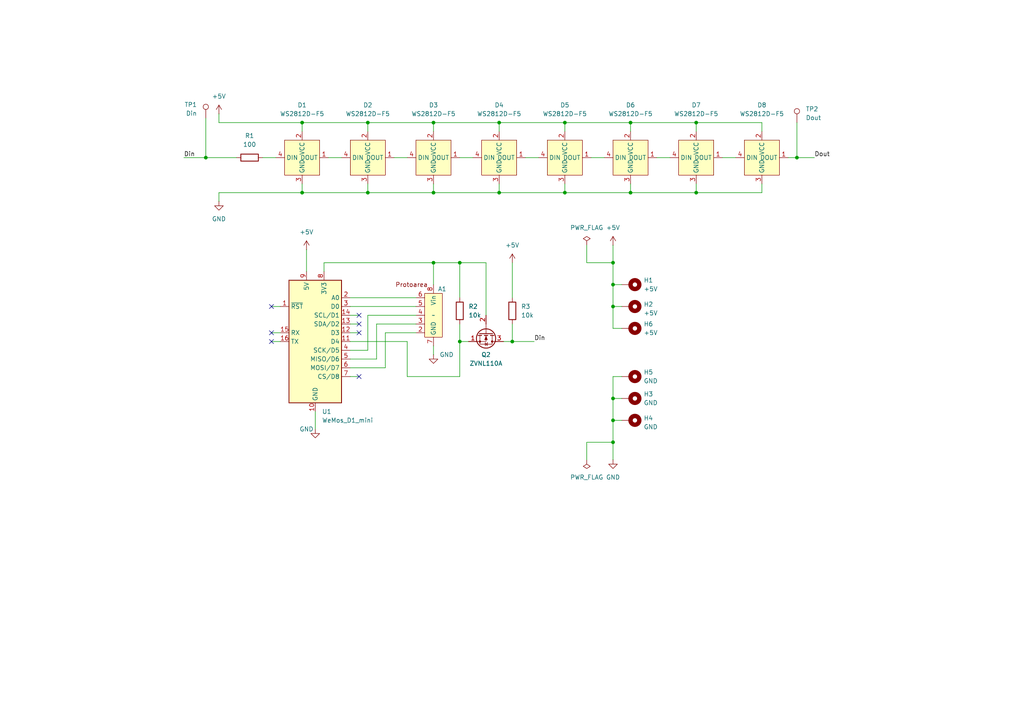
<source format=kicad_sch>
(kicad_sch (version 20250114) (generator "eeschema") (generator_version "9.0")
  (paper "A4")
  (lib_symbols
    (symbol "Connector:TestPoint" (pin_numbers (hide yes)) (pin_names (offset 0.762) (hide yes))
      (property "Reference" "TP" (at 0 6.858 0))
      (property "Value" "TestPoint" (at 0 5.08 0))
      (symbol "TestPoint_0_1"
        (circle (center 0 3.302) (radius 0.762))
      )
      (symbol "TestPoint_1_1"
        (pin passive line (at 0 0 90) (length 2.54) (name "1") (number "1"))
      )
    )
    (symbol "Device:R" (pin_numbers (hide yes)) (pin_names (offset 0))
      (property "Reference" "R" (at 2.032 0 90))
      (property "Value" "R" (at 0 0 90))
      (symbol "R_0_1"
        (rectangle (start -1.016 -2.54) (end 1.016 2.54) (stroke (width 0.254)))
      )
      (symbol "R_1_1"
        (pin passive line (at 0 3.81 270) (length 1.27) (name "~") (number "1"))
        (pin passive line (at 0 -3.81 90) (length 1.27) (name "~") (number "2"))
      )
    )
    (symbol "MCU_Module:WeMos_D1_mini"
      (property "Reference" "U" (at 3.81 19.05 0))
      (property "Value" "WeMos_D1_mini" (at 1.27 -19.05 0))
      (symbol "WeMos_D1_mini_1_1"
        (rectangle (start -7.62 17.78) (end 7.62 -17.78) (stroke (width 0.254)) (fill (type background)))
        (pin input line (at -10.16 10.16 0) (length 2.54) (name "~{RST}") (number "1"))
        (pin input line (at -10.16 2.54 0) (length 2.54) (name "RX") (number "15"))
        (pin output line (at -10.16 0 0) (length 2.54) (name "TX") (number "16"))
        (pin power_in line (at -2.54 20.32 270) (length 2.54) (name "5V") (number "9"))
        (pin power_in line (at 0 -20.32 90) (length 2.54) (name "GND") (number "10"))
        (pin power_out line (at 2.54 20.32 270) (length 2.54) (name "3V3") (number "8"))
        (pin input line (at 10.16 12.7 180) (length 2.54) (name "A0") (number "2"))
        (pin bidirectional line (at 10.16 10.16 180) (length 2.54) (name "D0") (number "3"))
        (pin bidirectional line (at 10.16 7.62 180) (length 2.54) (name "SCL/D1") (number "14"))
        (pin bidirectional line (at 10.16 5.08 180) (length 2.54) (name "SDA/D2") (number "13"))
        (pin bidirectional line (at 10.16 2.54 180) (length 2.54) (name "D3") (number "12"))
        (pin bidirectional line (at 10.16 0 180) (length 2.54) (name "D4") (number "11"))
        (pin bidirectional line (at 10.16 -2.54 180) (length 2.54) (name "SCK/D5") (number "4"))
        (pin bidirectional line (at 10.16 -5.08 180) (length 2.54) (name "MISO/D6") (number "5"))
        (pin bidirectional line (at 10.16 -7.62 180) (length 2.54) (name "MOSI/D7") (number "6"))
        (pin bidirectional line (at 10.16 -10.16 180) (length 2.54) (name "CS/D8") (number "7"))
      )
    )
    (symbol "Mechanical:MountingHole_Pad" (pin_numbers (hide yes)) (pin_names (offset 1.016) (hide yes)) (exclude_from_sim yes) (in_bom no)
      (property "Reference" "H" (at 0 6.35 0))
      (property "Value" "MountingHole_Pad" (at 0 4.445 0))
      (symbol "MountingHole_Pad_0_1"
        (circle (center 0 1.27) (radius 1.27) (stroke (width 1.27)))
      )
      (symbol "MountingHole_Pad_1_1"
        (pin input line (at 0 -2.54 90) (length 2.54) (name "1") (number "1"))
      )
    )
    (symbol "Protoarea:Protoarea"
      (property "Reference" "A" (at 5.08 -2.54 0))
      (symbol "Protoarea_1_1"
        (rectangle (start -2.54 6.35) (end 2.54 -6.35) (fill (type background)))
        (text "Protoarea" (at -6.35 8.89 0) (effects (font (size 1.27 1.27))))
        (pin output line (at -5.08 5.08 0) (length 2.54) (name "") (number "6"))
        (pin input line (at -5.08 2.54 0) (length 2.54) (name "") (number "5"))
        (pin input line (at -5.08 0 0) (length 2.54) (name "") (number "4"))
        (pin input line (at -5.08 -2.54 0) (length 2.54) (name "") (number "3"))
        (pin input line (at -5.08 -5.08 0) (length 2.54) (name "") (number "2"))
        (pin power_in line (at 0 8.89 270) (length 2.54) (name "Vin") (number "8"))
        (pin power_in line (at 0 -8.89 90) (length 2.54) (name "GND") (number "7"))
      )
    )
    (symbol "Transistor_FET:2N7000" (pin_names (hide yes))
      (property "Reference" "Q" (at 5.08 1.905 0))
      (property "Value" "2N7000" (at 5.08 0 0))
      (symbol "2N7000_0_1"
        (polyline (pts (xy 0.254 1.905) (xy 0.254 -1.905)) (stroke (width 0.254)))
        (polyline (pts (xy 0.254 0) (xy -2.54 0)))
        (polyline (pts (xy 0.762 2.286) (xy 0.762 1.27)) (stroke (width 0.254)))
        (polyline (pts (xy 0.762 0.508) (xy 0.762 -0.508)) (stroke (width 0.254)))
        (polyline (pts (xy 0.762 -1.27) (xy 0.762 -2.286)) (stroke (width 0.254)))
        (polyline (pts (xy 0.762 -1.778) (xy 3.302 -1.778) (xy 3.302 1.778) (xy 0.762 1.778)))
        (polyline (pts (xy 1.016 0) (xy 2.032 0.381) (xy 2.032 -0.381) (xy 1.016 0)) (fill (type outline)))
        (circle (center 1.651 0) (radius 2.794) (stroke (width 0.254)))
        (polyline (pts (xy 2.54 2.54) (xy 2.54 1.778)))
        (circle (center 2.54 1.778) (radius 0.254) (fill (type outline)))
        (circle (center 2.54 -1.778) (radius 0.254) (fill (type outline)))
        (polyline (pts (xy 2.54 -2.54) (xy 2.54 0) (xy 0.762 0)))
        (polyline (pts (xy 2.794 0.508) (xy 2.921 0.381) (xy 3.683 0.381) (xy 3.81 0.254)))
        (polyline (pts (xy 3.302 0.381) (xy 2.921 -0.254) (xy 3.683 -0.254) (xy 3.302 0.381)))
      )
      (symbol "2N7000_1_1"
        (pin input line (at -5.08 0 0) (length 2.54) (name "G") (number "2"))
        (pin passive line (at 2.54 5.08 270) (length 2.54) (name "D") (number "3"))
        (pin passive line (at 2.54 -5.08 90) (length 2.54) (name "S") (number "1"))
      )
    )
    (symbol "WS2812D-F5-1261:WS2812D-F5-1261"
      (property "Reference" "LED" (at 0 14.224 0))
      (property "Value" "WS2812D-F5" (at 0 12.192 0))
      (symbol "WS2812D-F5-1261_1_1"
        (rectangle (start -5.08 5.08) (end 5.08 -5.08) (fill (type background)))
        (pin input line (at -7.62 0 0) (length 2.54) (name "DIN") (number "4"))
        (pin power_in line (at 0 7.62 270) (length 2.54) (name "VCC") (number "2"))
        (pin power_in line (at 0 -7.62 90) (length 2.54) (name "GND") (number "3"))
        (pin output line (at 7.62 0 180) (length 2.54) (name "DOUT") (number "1"))
      )
    )
    (symbol "power:+5V" (power) (pin_numbers (hide yes)) (pin_names (offset 0) (hide yes))
      (property "Value" "+5V" (at 0 3.556 0))
      (symbol "+5V_0_1"
        (polyline (pts (xy -0.762 1.27) (xy 0 2.54)))
        (polyline (pts (xy 0 2.54) (xy 0.762 1.27)))
        (polyline (pts (xy 0 0) (xy 0 2.54)))
      )
      (symbol "+5V_1_1"
        (pin power_in line (at 0 0 90) (length 0) (name "~") (number "1"))
      )
    )
    (symbol "power:GND" (power) (pin_numbers (hide yes)) (pin_names (offset 0) (hide yes))
      (property "Value" "GND" (at 0 -3.81 0))
      (symbol "GND_0_1"
        (polyline (pts (xy 0 0) (xy 0 -1.27) (xy 1.27 -1.27) (xy 0 -2.54) (xy -1.27 -1.27) (xy 0 -1.27)))
      )
      (symbol "GND_1_1"
        (pin power_in line (at 0 0 270) (length 0) (name "~") (number "1"))
      )
    )
    (symbol "power:PWR_FLAG" (power) (pin_numbers (hide yes)) (pin_names (offset 0) (hide yes))
      (property "Value" "PWR_FLAG" (at 0 3.81 0))
      (symbol "PWR_FLAG_0_0"
        (pin power_out line (at 0 0 90) (length 0) (name "~") (number "1"))
      )
      (symbol "PWR_FLAG_0_1"
        (polyline (pts (xy 0 0) (xy 0 1.27) (xy -1.016 1.905) (xy 0 2.54) (xy 1.016 1.905) (xy 0 1.27)))
      )
    )
  )
  (junction (at 201.93 55.88))
  (junction (at 177.8 128.27))
  (junction (at 201.93 35.56))
  (junction (at 163.83 55.88))
  (junction (at 144.78 35.56))
  (junction (at 177.8 82.55))
  (junction (at 177.8 121.92))
  (junction (at 87.63 35.56))
  (junction (at 125.73 55.88))
  (junction (at 177.8 115.57))
  (junction (at 182.88 55.88))
  (junction (at 106.68 55.88))
  (junction (at 144.78 55.88))
  (junction (at 87.63 55.88))
  (junction (at 148.59 99.06))
  (junction (at 133.35 99.06))
  (junction (at 177.8 76.2))
  (junction (at 163.83 35.56))
  (junction (at 231.14 45.72))
  (junction (at 133.35 76.2))
  (junction (at 125.73 76.2))
  (junction (at 106.68 35.56))
  (junction (at 182.88 35.56))
  (junction (at 177.8 88.9))
  (junction (at 59.69 45.72))
  (junction (at 125.73 35.56))
  (no_connect (at 104.14 96.52))
  (no_connect (at 78.74 96.52))
  (no_connect (at 104.14 91.44))
  (no_connect (at 104.14 109.22))
  (no_connect (at 78.74 88.9))
  (no_connect (at 78.74 99.06))
  (no_connect (at 104.14 93.98))
  (wire (pts (xy 101.6 96.52) (xy 104.14 96.52)))
  (wire (pts (xy 177.8 109.22) (xy 177.8 115.57)))
  (wire (pts (xy 146.05 99.06) (xy 148.59 99.06)))
  (wire (pts (xy 106.68 35.56) (xy 106.68 38.1)))
  (wire (pts (xy 177.8 71.12) (xy 177.8 76.2)))
  (wire (pts (xy 170.18 128.27) (xy 177.8 128.27)))
  (wire (pts (xy 182.88 35.56) (xy 201.93 35.56)))
  (wire (pts (xy 220.98 35.56) (xy 220.98 38.1)))
  (wire (pts (xy 118.11 109.22) (xy 133.35 109.22)))
  (wire (pts (xy 87.63 53.34) (xy 87.63 55.88)))
  (wire (pts (xy 177.8 76.2) (xy 177.8 82.55)))
  (wire (pts (xy 177.8 82.55) (xy 180.34 82.55)))
  (wire (pts (xy 93.98 78.74) (xy 93.98 76.2)))
  (wire (pts (xy 88.9 72.39) (xy 88.9 78.74)))
  (wire (pts (xy 63.5 55.88) (xy 87.63 55.88)))
  (wire (pts (xy 177.8 82.55) (xy 177.8 88.9)))
  (wire (pts (xy 182.88 35.56) (xy 182.88 38.1)))
  (wire (pts (xy 163.83 55.88) (xy 144.78 55.88)))
  (wire (pts (xy 140.97 76.2) (xy 140.97 91.44)))
  (wire (pts (xy 190.5 45.72) (xy 194.31 45.72)))
  (wire (pts (xy 78.74 99.06) (xy 81.28 99.06)))
  (wire (pts (xy 111.76 106.68) (xy 111.76 96.52)))
  (wire (pts (xy 180.34 109.22) (xy 177.8 109.22)))
  (wire (pts (xy 231.14 35.56) (xy 231.14 45.72)))
  (wire (pts (xy 53.34 45.72) (xy 59.69 45.72)))
  (wire (pts (xy 163.83 53.34) (xy 163.83 55.88)))
  (wire (pts (xy 177.8 95.25) (xy 177.8 88.9)))
  (wire (pts (xy 109.22 104.14) (xy 109.22 93.98)))
  (wire (pts (xy 106.68 91.44) (xy 106.68 101.6)))
  (wire (pts (xy 220.98 55.88) (xy 201.93 55.88)))
  (wire (pts (xy 111.76 96.52) (xy 120.65 96.52)))
  (wire (pts (xy 109.22 93.98) (xy 120.65 93.98)))
  (wire (pts (xy 125.73 53.34) (xy 125.73 55.88)))
  (wire (pts (xy 180.34 95.25) (xy 177.8 95.25)))
  (wire (pts (xy 125.73 35.56) (xy 144.78 35.56)))
  (wire (pts (xy 177.8 115.57) (xy 180.34 115.57)))
  (wire (pts (xy 231.14 45.72) (xy 236.22 45.72)))
  (wire (pts (xy 133.35 76.2) (xy 140.97 76.2)))
  (wire (pts (xy 101.6 88.9) (xy 120.65 88.9)))
  (wire (pts (xy 152.4 45.72) (xy 156.21 45.72)))
  (wire (pts (xy 144.78 35.56) (xy 163.83 35.56)))
  (wire (pts (xy 209.55 45.72) (xy 213.36 45.72)))
  (wire (pts (xy 87.63 38.1) (xy 87.63 35.56)))
  (wire (pts (xy 114.3 45.72) (xy 118.11 45.72)))
  (wire (pts (xy 170.18 71.12) (xy 170.18 76.2)))
  (wire (pts (xy 106.68 53.34) (xy 106.68 55.88)))
  (wire (pts (xy 170.18 133.35) (xy 170.18 128.27)))
  (wire (pts (xy 101.6 101.6) (xy 106.68 101.6)))
  (wire (pts (xy 101.6 86.36) (xy 120.65 86.36)))
  (wire (pts (xy 177.8 88.9) (xy 180.34 88.9)))
  (wire (pts (xy 125.73 100.33) (xy 125.73 102.87)))
  (wire (pts (xy 106.68 35.56) (xy 125.73 35.56)))
  (wire (pts (xy 201.93 55.88) (xy 182.88 55.88)))
  (wire (pts (xy 63.5 58.42) (xy 63.5 55.88)))
  (wire (pts (xy 106.68 55.88) (xy 87.63 55.88)))
  (wire (pts (xy 163.83 35.56) (xy 182.88 35.56)))
  (wire (pts (xy 171.45 45.72) (xy 175.26 45.72)))
  (wire (pts (xy 101.6 104.14) (xy 109.22 104.14)))
  (wire (pts (xy 148.59 99.06) (xy 154.94 99.06)))
  (wire (pts (xy 93.98 76.2) (xy 125.73 76.2)))
  (wire (pts (xy 118.11 99.06) (xy 118.11 109.22)))
  (wire (pts (xy 177.8 128.27) (xy 177.8 121.92)))
  (wire (pts (xy 170.18 76.2) (xy 177.8 76.2)))
  (wire (pts (xy 101.6 106.68) (xy 111.76 106.68)))
  (wire (pts (xy 125.73 55.88) (xy 106.68 55.88)))
  (wire (pts (xy 133.35 109.22) (xy 133.35 99.06)))
  (wire (pts (xy 133.35 76.2) (xy 133.35 86.36)))
  (wire (pts (xy 144.78 35.56) (xy 144.78 38.1)))
  (wire (pts (xy 148.59 76.2) (xy 148.59 86.36)))
  (wire (pts (xy 125.73 76.2) (xy 133.35 76.2)))
  (wire (pts (xy 228.6 45.72) (xy 231.14 45.72)))
  (wire (pts (xy 101.6 99.06) (xy 118.11 99.06)))
  (wire (pts (xy 59.69 45.72) (xy 68.58 45.72)))
  (wire (pts (xy 201.93 35.56) (xy 201.93 38.1)))
  (wire (pts (xy 182.88 55.88) (xy 163.83 55.88)))
  (wire (pts (xy 201.93 35.56) (xy 220.98 35.56)))
  (wire (pts (xy 182.88 53.34) (xy 182.88 55.88)))
  (wire (pts (xy 78.74 88.9) (xy 81.28 88.9)))
  (wire (pts (xy 133.35 93.98) (xy 133.35 99.06)))
  (wire (pts (xy 177.8 121.92) (xy 180.34 121.92)))
  (wire (pts (xy 106.68 91.44) (xy 120.65 91.44)))
  (wire (pts (xy 78.74 96.52) (xy 81.28 96.52)))
  (wire (pts (xy 59.69 34.29) (xy 59.69 45.72)))
  (wire (pts (xy 87.63 35.56) (xy 106.68 35.56)))
  (wire (pts (xy 148.59 93.98) (xy 148.59 99.06)))
  (wire (pts (xy 101.6 109.22) (xy 104.14 109.22)))
  (wire (pts (xy 63.5 33.02) (xy 63.5 35.56)))
  (wire (pts (xy 177.8 121.92) (xy 177.8 115.57)))
  (wire (pts (xy 95.25 45.72) (xy 99.06 45.72)))
  (wire (pts (xy 177.8 128.27) (xy 177.8 133.35)))
  (wire (pts (xy 63.5 35.56) (xy 87.63 35.56)))
  (wire (pts (xy 133.35 99.06) (xy 135.89 99.06)))
  (wire (pts (xy 201.93 53.34) (xy 201.93 55.88)))
  (wire (pts (xy 101.6 91.44) (xy 104.14 91.44)))
  (wire (pts (xy 91.44 119.38) (xy 91.44 124.46)))
  (wire (pts (xy 144.78 55.88) (xy 125.73 55.88)))
  (wire (pts (xy 163.83 35.56) (xy 163.83 38.1)))
  (wire (pts (xy 133.35 45.72) (xy 137.16 45.72)))
  (wire (pts (xy 101.6 93.98) (xy 104.14 93.98)))
  (wire (pts (xy 144.78 53.34) (xy 144.78 55.88)))
  (wire (pts (xy 220.98 53.34) (xy 220.98 55.88)))
  (wire (pts (xy 125.73 76.2) (xy 125.73 82.55)))
  (wire (pts (xy 76.2 45.72) (xy 80.01 45.72)))
  (wire (pts (xy 125.73 35.56) (xy 125.73 38.1)))
  (label "Din" (at 53.34 45.72 0))
  (label "Din" (at 154.94 99.06 0))
  (label "Dout" (at 236.22 45.72 0))
  (symbol (lib_id "Device:R") (at 133.35 90.17 0) (unit 1)
    (property "Reference" "R2" (at 135.89 88.9 0) (effects (justify left)))
    (property "Value" "10k" (at 135.89 91.44 0) (effects (justify left)))
    (property "Footprint" "R_combi:1206_combi_handsolder" (effects (hide yes)))
    (property "Description" "Resistor" (effects (hide yes)))
  )
  (symbol (lib_id "power:+5V") (at 88.9 72.39 0) (unit 1)
    (property "Reference" "#PWR03" (effects (hide yes)))
    (property "Value" "+5V" (at 88.9 67.31 0))
    (property "Description" "Power symbol creates a global label with name \"+5V\"" (effects (hide yes)))
  )
  (symbol (lib_id "Mechanical:MountingHole_Pad") (at 182.88 115.57 270) (unit 1)
    (property "Reference" "H3" (at 186.69 114.3 90) (effects (justify left)))
    (property "Value" "GND" (at 186.69 116.84 90) (effects (justify left)))
    (property "Footprint" "MountingHole:MountingHole_3.2mm_M3_DIN965_Pad" (effects (hide yes)))
    (property "Description" "Mounting Hole with connection" (effects (hide yes)))
  )
  (symbol (lib_id "power:+5V") (at 148.59 76.2 0) (unit 1)
    (property "Reference" "#PWR07" (effects (hide yes)))
    (property "Value" "+5V" (at 148.59 71.12 0))
    (property "Description" "Power symbol creates a global label with name \"+5V\"" (effects (hide yes)))
  )
  (symbol (lib_id "WS2812D-F5-1261:WS2812D-F5-1261") (at 125.73 45.72 0) (unit 1)
    (property "Reference" "D3" (at 125.73 30.48 0))
    (property "Value" "WS2812D-F5" (at 125.73 33.02 0))
    (property "Footprint" "WS2812_THT:WS2812_THT" (effects (hide yes)))
    (property "Datasheet" "https://www.lcsc.com/datasheet/lcsc_datasheet_2204181500_Worldsemi-WS2812D-F5_C190565.pdf" (effects (hide yes)))
    (property "LCSC Part #" "C190565" (effects (hide yes)))
  )
  (symbol (lib_id "Device:R") (at 72.39 45.72 90) (unit 1)
    (property "Reference" "R1" (at 72.39 39.37 90))
    (property "Value" "100" (at 72.39 41.91 90))
    (property "Footprint" "R_combi:1206_combi_handsolder" (effects (hide yes)))
    (property "Description" "Resistor" (effects (hide yes)))
  )
  (symbol (lib_id "WS2812D-F5-1261:WS2812D-F5-1261") (at 144.78 45.72 0) (unit 1)
    (property "Reference" "D4" (at 144.78 30.48 0))
    (property "Value" "WS2812D-F5" (at 144.78 33.02 0))
    (property "Footprint" "WS2812_THT:WS2812_THT" (effects (hide yes)))
    (property "Datasheet" "https://www.lcsc.com/datasheet/lcsc_datasheet_2204181500_Worldsemi-WS2812D-F5_C190565.pdf" (effects (hide yes)))
    (property "LCSC Part #" "C190565" (effects (hide yes)))
  )
  (symbol (lib_id "WS2812D-F5-1261:WS2812D-F5-1261") (at 220.98 45.72 0) (unit 1)
    (property "Reference" "D8" (at 220.98 30.48 0))
    (property "Value" "WS2812D-F5" (at 220.98 33.02 0))
    (property "Footprint" "WS2812_THT:WS2812_THT" (effects (hide yes)))
    (property "Datasheet" "https://www.lcsc.com/datasheet/lcsc_datasheet_2204181500_Worldsemi-WS2812D-F5_C190565.pdf" (effects (hide yes)))
    (property "LCSC Part #" "C190565" (effects (hide yes)))
  )
  (symbol (lib_id "Protoarea:Protoarea") (at 125.73 91.44 0) (unit 1)
    (property "Reference" "A1" (at 127 83.82 0) (effects (justify left)))
    (property "Value" "~" (at 125.73 91.44 0))
    (property "Footprint" "Proto:Protoarea" (effects (hide yes)))
  )
  (symbol (lib_id "power:GND") (at 63.5 58.42 0) (unit 1)
    (property "Reference" "#PWR06" (effects (hide yes)))
    (property "Value" "GND" (at 63.5 63.5 0))
    (property "Description" "Power symbol creates a global label with name \"GND\" , ground" (effects (hide yes)))
  )
  (symbol (lib_id "WS2812D-F5-1261:WS2812D-F5-1261") (at 106.68 45.72 0) (unit 1)
    (property "Reference" "D2" (at 106.68 30.48 0))
    (property "Value" "WS2812D-F5" (at 106.68 33.02 0))
    (property "Footprint" "WS2812_THT:WS2812_THT" (effects (hide yes)))
    (property "Datasheet" "https://www.lcsc.com/datasheet/lcsc_datasheet_2204181500_Worldsemi-WS2812D-F5_C190565.pdf" (effects (hide yes)))
    (property "LCSC Part #" "C190565" (effects (hide yes)))
  )
  (symbol (lib_id "Mechanical:MountingHole_Pad") (at 182.88 121.92 270) (unit 1)
    (property "Reference" "H4" (at 186.69 121.285 90) (effects (justify left)))
    (property "Value" "GND" (at 186.69 123.825 90) (effects (justify left)))
    (property "Footprint" "MountingHole:MountingHole_3.2mm_M3_DIN965_Pad" (effects (hide yes)))
    (property "Description" "Mounting Hole with connection" (effects (hide yes)))
  )
  (symbol (lib_id "Connector:TestPoint") (at 231.14 35.56 0) (unit 1)
    (property "Reference" "TP2" (at 233.68 31.623 0) (effects (justify left)))
    (property "Value" "Dout" (at 233.68 34.163 0) (effects (justify left)))
    (property "Footprint" "TestPoint:TestPoint_THTPad_D2.5mm_Drill1.2mm" (effects (hide yes)))
    (property "Description" "test point" (effects (hide yes)))
  )
  (symbol (lib_id "power:GND") (at 177.8 133.35 0) (unit 1)
    (property "Reference" "#PWR02" (effects (hide yes)))
    (property "Value" "GND" (at 177.8 138.43 0))
    (property "Description" "Power symbol creates a global label with name \"GND\" , ground" (effects (hide yes)))
  )
  (symbol (lib_id "WS2812D-F5-1261:WS2812D-F5-1261") (at 87.63 45.72 0) (unit 1)
    (property "Reference" "D1" (at 87.63 30.48 0))
    (property "Value" "WS2812D-F5" (at 87.63 33.02 0))
    (property "Footprint" "WS2812_THT:WS2812_THT" (effects (hide yes)))
    (property "Datasheet" "https://www.lcsc.com/datasheet/lcsc_datasheet_2204181500_Worldsemi-WS2812D-F5_C190565.pdf" (effects (hide yes)))
    (property "LCSC Part #" "C190565" (effects (hide yes)))
  )
  (symbol (lib_id "MCU_Module:WeMos_D1_mini") (at 91.44 99.06 0) (unit 1)
    (property "Reference" "U1" (at 93.3959 119.38 0) (effects (justify left)))
    (property "Value" "WeMos_D1_mini" (at 93.3959 121.92 0) (effects (justify left)))
    (property "Footprint" "Module:WEMOS_D1_mini_light" (effects (hide yes)))
    (property "Datasheet" "https://wiki.wemos.cc/products:d1:d1_mini#documentation" (effects (hide yes)))
    (property "Description" "32-bit microcontroller module with WiFi" (effects (hide yes)))
  )
  (symbol (lib_id "Mechanical:MountingHole_Pad") (at 182.88 95.25 270) (unit 1) (exclude_from_sim yes) (in_bom no)
    (property "Reference" "H6" (at 186.69 93.9799 90) (effects (justify left)))
    (property "Value" "+5V" (at 186.69 96.5199 90) (effects (justify left)))
    (property "Footprint" "TestPoint:TestPoint_THTPad_2.5x2.5mm_Drill1.2mm" (effects (hide yes)))
    (property "Description" "Mounting Hole with connection" (effects (hide yes)))
  )
  (symbol (lib_id "WS2812D-F5-1261:WS2812D-F5-1261") (at 163.83 45.72 0) (unit 1)
    (property "Reference" "D5" (at 163.83 30.48 0))
    (property "Value" "WS2812D-F5" (at 163.83 33.02 0))
    (property "Footprint" "WS2812_THT:WS2812_THT" (effects (hide yes)))
    (property "Datasheet" "https://www.lcsc.com/datasheet/lcsc_datasheet_2204181500_Worldsemi-WS2812D-F5_C190565.pdf" (effects (hide yes)))
    (property "LCSC Part #" "C190565" (effects (hide yes)))
  )
  (symbol (lib_id "Mechanical:MountingHole_Pad") (at 182.88 88.9 270) (unit 1)
    (property "Reference" "H2" (at 186.69 88.265 90) (effects (justify left)))
    (property "Value" "+5V" (at 186.69 90.805 90) (effects (justify left)))
    (property "Footprint" "MountingHole:MountingHole_3.2mm_M3_DIN965_Pad" (effects (hide yes)))
    (property "Description" "Mounting Hole with connection" (effects (hide yes)))
  )
  (symbol (lib_id "power:GND") (at 125.73 102.87 0) (unit 1)
    (property "Reference" "#PWR08" (effects (hide yes)))
    (property "Value" "GND" (at 129.54 102.87 0))
    (property "Description" "Power symbol creates a global label with name \"GND\" , ground" (effects (hide yes)))
  )
  (symbol (lib_id "WS2812D-F5-1261:WS2812D-F5-1261") (at 201.93 45.72 0) (unit 1)
    (property "Reference" "D7" (at 201.93 30.48 0))
    (property "Value" "WS2812D-F5" (at 201.93 33.02 0))
    (property "Footprint" "WS2812_THT:WS2812_THT" (effects (hide yes)))
    (property "Datasheet" "https://www.lcsc.com/datasheet/lcsc_datasheet_2204181500_Worldsemi-WS2812D-F5_C190565.pdf" (effects (hide yes)))
    (property "LCSC Part #" "C190565" (effects (hide yes)))
  )
  (symbol (lib_id "power:GND") (at 91.44 124.46 0) (unit 1)
    (property "Reference" "#PWR01" (effects (hide yes)))
    (property "Value" "GND" (at 88.9 124.46 0))
    (property "Description" "Power symbol creates a global label with name \"GND\" , ground" (effects (hide yes)))
  )
  (symbol (lib_id "Device:R") (at 148.59 90.17 0) (unit 1)
    (property "Reference" "R3" (at 151.13 88.9 0) (effects (justify left)))
    (property "Value" "10k" (at 151.13 91.44 0) (effects (justify left)))
    (property "Footprint" "R_combi:1206_combi_handsolder" (effects (hide yes)))
    (property "Description" "Resistor" (effects (hide yes)))
  )
  (symbol (lib_id "Connector:TestPoint") (at 59.69 34.29 0) (mirror y) (unit 1)
    (property "Reference" "TP1" (at 57.15 30.353 0) (effects (justify left)))
    (property "Value" "Din" (at 57.15 32.893 0) (effects (justify left)))
    (property "Footprint" "TestPoint:TestPoint_THTPad_D2.5mm_Drill1.2mm" (effects (hide yes)))
    (property "Description" "test point" (effects (hide yes)))
  )
  (symbol (lib_id "power:PWR_FLAG") (at 170.18 71.12 0) (unit 1)
    (property "Reference" "#FLG01" (effects (hide yes)))
    (property "Value" "PWR_FLAG" (at 170.18 66.04 0))
    (property "Description" "Special symbol for telling ERC where power comes from" (effects (hide yes)))
  )
  (symbol (lib_id "Mechanical:MountingHole_Pad") (at 182.88 109.22 270) (unit 1) (exclude_from_sim yes) (in_bom no)
    (property "Reference" "H5" (at 186.69 107.9499 90) (effects (justify left)))
    (property "Value" "GND" (at 186.69 110.4899 90) (effects (justify left)))
    (property "Footprint" "TestPoint:TestPoint_THTPad_2.5x2.5mm_Drill1.2mm" (effects (hide yes)))
    (property "Description" "Mounting Hole with connection" (effects (hide yes)))
  )
  (symbol (lib_id "WS2812D-F5-1261:WS2812D-F5-1261") (at 182.88 45.72 0) (unit 1)
    (property "Reference" "D6" (at 182.88 30.48 0))
    (property "Value" "WS2812D-F5" (at 182.88 33.02 0))
    (property "Footprint" "WS2812_THT:WS2812_THT" (effects (hide yes)))
    (property "Datasheet" "https://www.lcsc.com/datasheet/lcsc_datasheet_2204181500_Worldsemi-WS2812D-F5_C190565.pdf" (effects (hide yes)))
    (property "LCSC Part #" "C190565" (effects (hide yes)))
  )
  (symbol (lib_id "power:+5V") (at 63.5 33.02 0) (unit 1)
    (property "Reference" "#PWR05" (effects (hide yes)))
    (property "Value" "+5V" (at 63.5 27.94 0))
    (property "Description" "Power symbol creates a global label with name \"+5V\"" (effects (hide yes)))
  )
  (symbol (lib_id "power:PWR_FLAG") (at 170.18 133.35 180) (unit 1)
    (property "Reference" "#FLG02" (effects (hide yes)))
    (property "Value" "PWR_FLAG" (at 170.18 138.43 0))
    (property "Description" "Special symbol for telling ERC where power comes from" (effects (hide yes)))
  )
  (symbol (lib_id "power:+5V") (at 177.8 71.12 0) (unit 1)
    (property "Reference" "#PWR04" (effects (hide yes)))
    (property "Value" "+5V" (at 177.8 66.04 0))
    (property "Description" "Power symbol creates a global label with name \"+5V\"" (effects (hide yes)))
  )
  (symbol (lib_id "Transistor_FET:2N7000") (at 140.97 96.52 270) (unit 1)
    (property "Reference" "Q2" (at 140.97 102.87 90))
    (property "Value" "ZVNL110A" (at 140.97 105.41 90))
    (property "Footprint" "Package_TO_SOT_THT:TO-92_Inline" (effects (hide yes)))
    (property "Datasheet" "https://www.vishay.com/docs/70226/70226.pdf" (effects (hide yes)))
    (property "Description" "0.2A Id, 200V Vds, N-Channel MOSFET, 2.6V Logic Level, TO-92" (effects (hide yes)))
  )
  (symbol (lib_id "Mechanical:MountingHole_Pad") (at 182.88 82.55 270) (unit 1)
    (property "Reference" "H1" (at 186.69 81.28 90) (effects (justify left)))
    (property "Value" "+5V" (at 186.69 83.82 90) (effects (justify left)))
    (property "Footprint" "MountingHole:MountingHole_3.2mm_M3_DIN965_Pad" (effects (hide yes)))
    (property "Description" "Mounting Hole with connection" (effects (hide yes)))
  )
)
</source>
